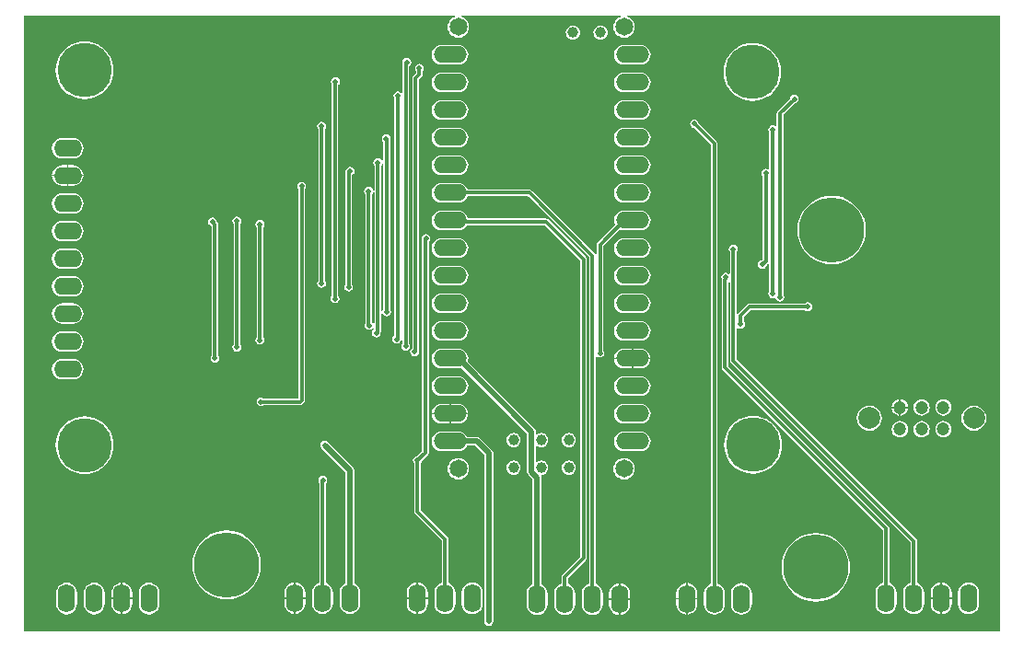
<source format=gbl>
G04*
G04 #@! TF.GenerationSoftware,Altium Limited,Altium Designer,21.0.9 (235)*
G04*
G04 Layer_Physical_Order=2*
G04 Layer_Color=16711680*
%FSLAX44Y44*%
%MOMM*%
G71*
G04*
G04 #@! TF.SameCoordinates,2588B0E2-F362-4AB3-B6B3-F61507E4C0EF*
G04*
G04*
G04 #@! TF.FilePolarity,Positive*
G04*
G01*
G75*
%ADD51C,6.0000*%
%ADD52C,0.3000*%
%ADD53C,0.5000*%
%ADD54C,2.0000*%
%ADD55C,1.2000*%
%ADD56C,1.0000*%
%ADD57C,1.6510*%
%ADD58O,3.0480X1.5240*%
%ADD59O,2.6000X1.6000*%
%ADD60O,1.6000X2.6000*%
%ADD61C,0.5000*%
%ADD62C,5.0000*%
G36*
X397750Y568442D02*
X397953Y567204D01*
X395580Y566221D01*
X393543Y564657D01*
X391979Y562620D01*
X390996Y560247D01*
X390661Y557700D01*
X390996Y555154D01*
X391979Y552780D01*
X393543Y550743D01*
X395580Y549179D01*
X397953Y548196D01*
X400500Y547861D01*
X403047Y548196D01*
X405420Y549179D01*
X407457Y550743D01*
X409021Y552780D01*
X410004Y555154D01*
X410339Y557700D01*
X410004Y560247D01*
X409021Y562620D01*
X407457Y564657D01*
X405420Y566221D01*
X403047Y567204D01*
X403250Y568442D01*
X550150Y568441D01*
X550353Y567204D01*
X547980Y566221D01*
X545943Y564657D01*
X544379Y562620D01*
X543396Y560247D01*
X543061Y557700D01*
X543396Y555154D01*
X544379Y552780D01*
X545943Y550743D01*
X547980Y549179D01*
X550354Y548196D01*
X552900Y547861D01*
X555447Y548196D01*
X557820Y549179D01*
X559857Y550743D01*
X561421Y552780D01*
X562404Y555154D01*
X562739Y557700D01*
X562404Y560247D01*
X561421Y562620D01*
X559857Y564657D01*
X557820Y566221D01*
X555447Y567204D01*
X555650Y568441D01*
X898441Y568441D01*
X898441Y1558D01*
X1558Y1558D01*
X1558Y568442D01*
X397750Y568442D01*
D02*
G37*
%LPC*%
G36*
X531310Y559176D02*
X529613Y558953D01*
X528032Y558298D01*
X526674Y557256D01*
X525632Y555898D01*
X524977Y554317D01*
X524754Y552620D01*
X524977Y550923D01*
X525632Y549342D01*
X526674Y547984D01*
X528032Y546942D01*
X529613Y546287D01*
X531310Y546064D01*
X533007Y546287D01*
X534588Y546942D01*
X535946Y547984D01*
X536988Y549342D01*
X537643Y550923D01*
X537866Y552620D01*
X537643Y554317D01*
X536988Y555898D01*
X535946Y557256D01*
X534588Y558298D01*
X533007Y558953D01*
X531310Y559176D01*
D02*
G37*
G36*
X505910D02*
X504213Y558953D01*
X502632Y558298D01*
X501274Y557256D01*
X500232Y555898D01*
X499577Y554317D01*
X499354Y552620D01*
X499577Y550923D01*
X500232Y549342D01*
X501274Y547984D01*
X502632Y546942D01*
X504213Y546287D01*
X505910Y546064D01*
X507607Y546287D01*
X509188Y546942D01*
X510546Y547984D01*
X511588Y549342D01*
X512243Y550923D01*
X512466Y552620D01*
X512243Y554317D01*
X511588Y555898D01*
X510546Y557256D01*
X509188Y558298D01*
X507607Y558953D01*
X505910Y559176D01*
D02*
G37*
G36*
X568140Y541499D02*
X552900D01*
X550519Y541185D01*
X548301Y540266D01*
X546396Y538805D01*
X544934Y536899D01*
X544015Y534681D01*
X543701Y532300D01*
X544015Y529919D01*
X544934Y527701D01*
X546396Y525796D01*
X548301Y524334D01*
X550519Y523415D01*
X552900Y523101D01*
X568140D01*
X570521Y523415D01*
X572739Y524334D01*
X574645Y525796D01*
X576106Y527701D01*
X577025Y529919D01*
X577339Y532300D01*
X577025Y534681D01*
X576106Y536899D01*
X574645Y538805D01*
X572739Y540266D01*
X570521Y541185D01*
X568140Y541499D01*
D02*
G37*
G36*
X400500D02*
X385260D01*
X382879Y541185D01*
X380661Y540266D01*
X378756Y538805D01*
X377294Y536899D01*
X376375Y534681D01*
X376061Y532300D01*
X376375Y529919D01*
X377294Y527701D01*
X378756Y525796D01*
X380661Y524334D01*
X382879Y523415D01*
X385260Y523101D01*
X400500D01*
X402881Y523415D01*
X405099Y524334D01*
X407005Y525796D01*
X408466Y527701D01*
X409385Y529919D01*
X409699Y532300D01*
X409385Y534681D01*
X408466Y536899D01*
X407005Y538805D01*
X405099Y540266D01*
X402881Y541185D01*
X400500Y541499D01*
D02*
G37*
G36*
X568140Y516099D02*
X552900D01*
X550519Y515785D01*
X548301Y514866D01*
X546396Y513405D01*
X544934Y511499D01*
X544015Y509281D01*
X543701Y506900D01*
X544015Y504519D01*
X544934Y502301D01*
X546396Y500396D01*
X548301Y498934D01*
X550519Y498015D01*
X552900Y497701D01*
X568140D01*
X570521Y498015D01*
X572739Y498934D01*
X574645Y500396D01*
X576106Y502301D01*
X577025Y504519D01*
X577339Y506900D01*
X577025Y509281D01*
X576106Y511499D01*
X574645Y513405D01*
X572739Y514866D01*
X570521Y515785D01*
X568140Y516099D01*
D02*
G37*
G36*
X400500D02*
X385260D01*
X382879Y515785D01*
X380661Y514866D01*
X378756Y513405D01*
X377294Y511499D01*
X376375Y509281D01*
X376061Y506900D01*
X376375Y504519D01*
X377294Y502301D01*
X378756Y500396D01*
X380661Y498934D01*
X382879Y498015D01*
X385260Y497701D01*
X400500D01*
X402881Y498015D01*
X405099Y498934D01*
X407005Y500396D01*
X408466Y502301D01*
X409385Y504519D01*
X409699Y506900D01*
X409385Y509281D01*
X408466Y511499D01*
X407005Y513405D01*
X405099Y514866D01*
X402881Y515785D01*
X400500Y516099D01*
D02*
G37*
G36*
X353269Y529187D02*
X351708Y528877D01*
X350385Y527993D01*
X349501Y526670D01*
X349441Y526369D01*
X349381Y526279D01*
X349148Y525109D01*
Y497460D01*
X347878Y497074D01*
X347816Y497168D01*
X346493Y498052D01*
X344932Y498362D01*
X343371Y498052D01*
X342048Y497168D01*
X341164Y495845D01*
X340854Y494284D01*
X341164Y492723D01*
X341873Y491662D01*
Y273956D01*
X341032Y273394D01*
X340148Y272071D01*
X339838Y270510D01*
X340148Y268949D01*
X341032Y267626D01*
X342355Y266742D01*
X343916Y266432D01*
X345477Y266742D01*
X346800Y267626D01*
X347684Y268949D01*
X347878Y269926D01*
X349148Y269801D01*
Y266691D01*
X348439Y265630D01*
X348129Y264069D01*
X348439Y262508D01*
X349323Y261185D01*
X350646Y260301D01*
X352207Y259991D01*
X353768Y260301D01*
X355091Y261185D01*
X355975Y262508D01*
X356285Y264069D01*
X355975Y265630D01*
X355266Y266691D01*
Y521633D01*
X356152Y522225D01*
X357036Y523548D01*
X357347Y525109D01*
X357036Y526670D01*
X356152Y527993D01*
X354829Y528877D01*
X353269Y529187D01*
D02*
G37*
G36*
X56902Y544460D02*
X52744Y544133D01*
X48688Y543159D01*
X44834Y541563D01*
X41277Y539383D01*
X38106Y536674D01*
X35397Y533503D01*
X33217Y529946D01*
X31621Y526092D01*
X30647Y522036D01*
X30320Y517878D01*
X30647Y513720D01*
X31621Y509664D01*
X33217Y505810D01*
X35397Y502253D01*
X38106Y499082D01*
X41277Y496373D01*
X44834Y494193D01*
X48688Y492597D01*
X52744Y491623D01*
X56902Y491296D01*
X61060Y491623D01*
X65116Y492597D01*
X68970Y494193D01*
X72526Y496373D01*
X75698Y499082D01*
X78407Y502253D01*
X80587Y505810D01*
X82183Y509664D01*
X83157Y513720D01*
X83484Y517878D01*
X83157Y522036D01*
X82183Y526092D01*
X80587Y529946D01*
X78407Y533503D01*
X75698Y536674D01*
X72526Y539383D01*
X68970Y541563D01*
X65116Y543159D01*
X61060Y544133D01*
X56902Y544460D01*
D02*
G37*
G36*
X670902Y542860D02*
X666744Y542533D01*
X662688Y541559D01*
X658834Y539963D01*
X655277Y537783D01*
X652106Y535074D01*
X649397Y531903D01*
X647217Y528346D01*
X645621Y524492D01*
X644647Y520436D01*
X644320Y516278D01*
X644647Y512120D01*
X645621Y508064D01*
X647217Y504210D01*
X649397Y500653D01*
X652106Y497482D01*
X655277Y494773D01*
X658834Y492593D01*
X662688Y490997D01*
X666744Y490023D01*
X670902Y489696D01*
X675060Y490023D01*
X679116Y490997D01*
X682970Y492593D01*
X686526Y494773D01*
X689698Y497482D01*
X692407Y500653D01*
X694587Y504210D01*
X696183Y508064D01*
X697157Y512120D01*
X697484Y516278D01*
X697157Y520436D01*
X696183Y524492D01*
X694587Y528346D01*
X692407Y531903D01*
X689698Y535074D01*
X686526Y537783D01*
X682970Y539963D01*
X679116Y541559D01*
X675060Y542533D01*
X670902Y542860D01*
D02*
G37*
G36*
X568140Y490699D02*
X552900D01*
X550519Y490385D01*
X548301Y489466D01*
X546396Y488004D01*
X544934Y486099D01*
X544015Y483881D01*
X543701Y481500D01*
X544015Y479119D01*
X544934Y476901D01*
X546396Y474996D01*
X548301Y473534D01*
X550519Y472615D01*
X552900Y472301D01*
X568140D01*
X570521Y472615D01*
X572739Y473534D01*
X574645Y474996D01*
X576106Y476901D01*
X577025Y479119D01*
X577339Y481500D01*
X577025Y483881D01*
X576106Y486099D01*
X574645Y488004D01*
X572739Y489466D01*
X570521Y490385D01*
X568140Y490699D01*
D02*
G37*
G36*
X400500D02*
X385260D01*
X382879Y490385D01*
X380661Y489466D01*
X378756Y488004D01*
X377294Y486099D01*
X376375Y483881D01*
X376061Y481500D01*
X376375Y479119D01*
X377294Y476901D01*
X378756Y474996D01*
X380661Y473534D01*
X382879Y472615D01*
X385260Y472301D01*
X400500D01*
X402881Y472615D01*
X405099Y473534D01*
X407005Y474996D01*
X408466Y476901D01*
X409385Y479119D01*
X409699Y481500D01*
X409385Y483881D01*
X408466Y486099D01*
X407005Y488004D01*
X405099Y489466D01*
X402881Y490385D01*
X400500Y490699D01*
D02*
G37*
G36*
X709500Y495578D02*
X707939Y495268D01*
X706616Y494384D01*
X705732Y493061D01*
X705483Y491809D01*
X694087Y480413D01*
X693424Y479421D01*
X693191Y478250D01*
X693191Y478250D01*
Y467037D01*
X691921Y466443D01*
X691061Y467018D01*
X689500Y467328D01*
X687939Y467018D01*
X686616Y466134D01*
X685732Y464811D01*
X685422Y463250D01*
X685732Y461689D01*
X686441Y460628D01*
Y427456D01*
X685171Y426777D01*
X684811Y427018D01*
X683250Y427328D01*
X681689Y427018D01*
X680366Y426134D01*
X679482Y424811D01*
X679172Y423250D01*
X679482Y421689D01*
X680191Y420628D01*
Y343767D01*
X679677Y343253D01*
X678425Y343004D01*
X677102Y342120D01*
X676218Y340797D01*
X675908Y339236D01*
X676218Y337675D01*
X677102Y336352D01*
X678425Y335468D01*
X679986Y335158D01*
X681547Y335468D01*
X682870Y336352D01*
X683754Y337675D01*
X684003Y338927D01*
X685171Y340095D01*
X686118Y339841D01*
X686441Y339613D01*
Y314872D01*
X685732Y313811D01*
X685422Y312250D01*
X685732Y310689D01*
X686616Y309366D01*
X687939Y308482D01*
X689500Y308172D01*
X691061Y308482D01*
X691226Y308592D01*
X692399Y308106D01*
X692482Y307689D01*
X693366Y306366D01*
X694689Y305482D01*
X696250Y305172D01*
X697811Y305482D01*
X699134Y306366D01*
X700018Y307689D01*
X700328Y309250D01*
X700018Y310811D01*
X699309Y311872D01*
Y476983D01*
X709809Y487483D01*
X711061Y487732D01*
X712384Y488616D01*
X713268Y489939D01*
X713578Y491500D01*
X713268Y493061D01*
X712384Y494384D01*
X711061Y495268D01*
X709500Y495578D01*
D02*
G37*
G36*
X568140Y465299D02*
X552900D01*
X550519Y464985D01*
X548301Y464066D01*
X546396Y462604D01*
X544934Y460699D01*
X544015Y458481D01*
X543701Y456100D01*
X544015Y453719D01*
X544934Y451501D01*
X546396Y449596D01*
X548301Y448134D01*
X550519Y447215D01*
X552900Y446901D01*
X568140D01*
X570521Y447215D01*
X572739Y448134D01*
X574645Y449596D01*
X576106Y451501D01*
X577025Y453719D01*
X577339Y456100D01*
X577025Y458481D01*
X576106Y460699D01*
X574645Y462604D01*
X572739Y464066D01*
X570521Y464985D01*
X568140Y465299D01*
D02*
G37*
G36*
X400500D02*
X385260D01*
X382879Y464985D01*
X380661Y464066D01*
X378756Y462604D01*
X377294Y460699D01*
X376375Y458481D01*
X376061Y456100D01*
X376375Y453719D01*
X377294Y451501D01*
X378756Y449596D01*
X380661Y448134D01*
X382879Y447215D01*
X385260Y446901D01*
X400500D01*
X402881Y447215D01*
X405099Y448134D01*
X407005Y449596D01*
X408466Y451501D01*
X409385Y453719D01*
X409699Y456100D01*
X409385Y458481D01*
X408466Y460699D01*
X407005Y462604D01*
X405099Y464066D01*
X402881Y464985D01*
X400500Y465299D01*
D02*
G37*
G36*
X46402Y455860D02*
X36402D01*
X33922Y455533D01*
X31611Y454576D01*
X29627Y453053D01*
X28104Y451069D01*
X27146Y448758D01*
X26820Y446278D01*
X27146Y443798D01*
X28104Y441487D01*
X29627Y439502D01*
X31611Y437980D01*
X33922Y437023D01*
X36402Y436696D01*
X46402D01*
X48882Y437023D01*
X51193Y437980D01*
X53177Y439502D01*
X54700Y441487D01*
X55658Y443798D01*
X55984Y446278D01*
X55658Y448758D01*
X54700Y451069D01*
X53177Y453053D01*
X51193Y454576D01*
X48882Y455533D01*
X46402Y455860D01*
D02*
G37*
G36*
X334264Y458992D02*
X332703Y458682D01*
X331380Y457798D01*
X330496Y456475D01*
X330186Y454914D01*
X330496Y453353D01*
X331380Y452030D01*
X331691Y451822D01*
Y433730D01*
X331602Y433626D01*
X330236Y433985D01*
X330158Y434377D01*
X329274Y435700D01*
X327951Y436584D01*
X326390Y436894D01*
X324829Y436584D01*
X323506Y435700D01*
X322622Y434377D01*
X322312Y432816D01*
X322622Y431255D01*
X323331Y430194D01*
Y407679D01*
X323204Y407545D01*
X321830Y407942D01*
X321776Y408215D01*
X320892Y409538D01*
X319569Y410422D01*
X318008Y410732D01*
X316447Y410422D01*
X315124Y409538D01*
X314240Y408215D01*
X313930Y406654D01*
X314240Y405093D01*
X314949Y404032D01*
Y285072D01*
X314748Y284771D01*
X314438Y283210D01*
X314748Y281649D01*
X315632Y280326D01*
X316955Y279442D01*
X318516Y279132D01*
X320077Y279442D01*
X321400Y280326D01*
X321978Y281191D01*
X323159Y280819D01*
X323204Y279739D01*
X322247Y279100D01*
X321363Y277777D01*
X321052Y276216D01*
X321363Y274655D01*
X322247Y273332D01*
X323570Y272448D01*
X325131Y272138D01*
X326691Y272448D01*
X328014Y273332D01*
X328899Y274655D01*
X329209Y276216D01*
X329197Y276276D01*
X329216Y276305D01*
X329449Y277475D01*
X329449Y277476D01*
Y294802D01*
X329538Y294906D01*
X330904Y294547D01*
X330982Y294155D01*
X331866Y292832D01*
X333189Y291948D01*
X334750Y291638D01*
X336311Y291948D01*
X337634Y292832D01*
X338518Y294155D01*
X338828Y295716D01*
X338518Y297277D01*
X337809Y298338D01*
Y453014D01*
X337809Y453014D01*
X337808Y453018D01*
X338032Y453353D01*
X338342Y454914D01*
X338032Y456475D01*
X337148Y457798D01*
X335825Y458682D01*
X334264Y458992D01*
D02*
G37*
G36*
X46402Y430860D02*
X42152D01*
Y422028D01*
X55885D01*
X55658Y423758D01*
X54700Y426069D01*
X53177Y428053D01*
X51193Y429576D01*
X48882Y430533D01*
X46402Y430860D01*
D02*
G37*
G36*
X40652D02*
X36402D01*
X33922Y430533D01*
X31611Y429576D01*
X29627Y428053D01*
X28104Y426069D01*
X27146Y423758D01*
X26919Y422028D01*
X40652D01*
Y430860D01*
D02*
G37*
G36*
X568140Y439899D02*
X552900D01*
X550519Y439585D01*
X548301Y438666D01*
X546396Y437205D01*
X544934Y435299D01*
X544015Y433081D01*
X543701Y430700D01*
X544015Y428319D01*
X544934Y426101D01*
X546396Y424196D01*
X548301Y422734D01*
X550519Y421815D01*
X552900Y421501D01*
X568140D01*
X570521Y421815D01*
X572739Y422734D01*
X574645Y424196D01*
X576106Y426101D01*
X577025Y428319D01*
X577339Y430700D01*
X577025Y433081D01*
X576106Y435299D01*
X574645Y437205D01*
X572739Y438666D01*
X570521Y439585D01*
X568140Y439899D01*
D02*
G37*
G36*
X400500D02*
X385260D01*
X382879Y439585D01*
X380661Y438666D01*
X378756Y437205D01*
X377294Y435299D01*
X376375Y433081D01*
X376061Y430700D01*
X376375Y428319D01*
X377294Y426101D01*
X378756Y424196D01*
X380661Y422734D01*
X382879Y421815D01*
X385260Y421501D01*
X400500D01*
X402881Y421815D01*
X405099Y422734D01*
X407005Y424196D01*
X408466Y426101D01*
X409385Y428319D01*
X409699Y430700D01*
X409385Y433081D01*
X408466Y435299D01*
X407005Y437205D01*
X405099Y438666D01*
X402881Y439585D01*
X400500Y439899D01*
D02*
G37*
G36*
X55885Y420528D02*
X42152D01*
Y411696D01*
X46402D01*
X48882Y412023D01*
X51193Y412980D01*
X53177Y414502D01*
X54700Y416487D01*
X55658Y418798D01*
X55885Y420528D01*
D02*
G37*
G36*
X40652D02*
X26919D01*
X27146Y418798D01*
X28104Y416487D01*
X29627Y414502D01*
X31611Y412980D01*
X33922Y412023D01*
X36402Y411696D01*
X40652D01*
Y420528D01*
D02*
G37*
G36*
X568140Y414499D02*
X552900D01*
X550519Y414185D01*
X548301Y413266D01*
X546396Y411805D01*
X544934Y409899D01*
X544015Y407681D01*
X543701Y405300D01*
X544015Y402919D01*
X544934Y400701D01*
X546396Y398796D01*
X548301Y397334D01*
X550519Y396415D01*
X552900Y396101D01*
X568140D01*
X570521Y396415D01*
X572739Y397334D01*
X574645Y398796D01*
X576106Y400701D01*
X577025Y402919D01*
X577339Y405300D01*
X577025Y407681D01*
X576106Y409899D01*
X574645Y411805D01*
X572739Y413266D01*
X570521Y414185D01*
X568140Y414499D01*
D02*
G37*
G36*
X46402Y405060D02*
X36402D01*
X33922Y404734D01*
X31611Y403776D01*
X29627Y402253D01*
X28104Y400269D01*
X27146Y397958D01*
X26820Y395478D01*
X27146Y392998D01*
X28104Y390687D01*
X29627Y388703D01*
X31611Y387180D01*
X33922Y386222D01*
X36402Y385896D01*
X46402D01*
X48882Y386222D01*
X51193Y387180D01*
X53177Y388703D01*
X54700Y390687D01*
X55658Y392998D01*
X55984Y395478D01*
X55658Y397958D01*
X54700Y400269D01*
X53177Y402253D01*
X51193Y403776D01*
X48882Y404734D01*
X46402Y405060D01*
D02*
G37*
G36*
X400500Y414499D02*
X385260D01*
X382879Y414185D01*
X380661Y413266D01*
X378756Y411805D01*
X377294Y409899D01*
X376375Y407681D01*
X376061Y405300D01*
X376375Y402919D01*
X377294Y400701D01*
X378756Y398796D01*
X380661Y397334D01*
X382879Y396415D01*
X385260Y396101D01*
X400500D01*
X402881Y396415D01*
X405099Y397334D01*
X407005Y398796D01*
X408466Y400701D01*
X409104Y402241D01*
X464463D01*
X520691Y346013D01*
Y45516D01*
X518959Y44798D01*
X516974Y43275D01*
X515452Y41291D01*
X514495Y38980D01*
X514168Y36500D01*
Y26500D01*
X514495Y24020D01*
X515452Y21709D01*
X516974Y19725D01*
X518959Y18202D01*
X521270Y17244D01*
X523750Y16918D01*
X526230Y17244D01*
X528541Y18202D01*
X530525Y19725D01*
X532048Y21709D01*
X533005Y24020D01*
X533332Y26500D01*
Y36500D01*
X533005Y38980D01*
X532048Y41291D01*
X530525Y43275D01*
X528541Y44798D01*
X526809Y45516D01*
Y254163D01*
X527292Y254484D01*
X528079Y254724D01*
X529189Y253982D01*
X530750Y253672D01*
X532311Y253982D01*
X533634Y254866D01*
X534518Y256189D01*
X534828Y257750D01*
X534518Y259311D01*
X533809Y260372D01*
Y356483D01*
X548979Y371653D01*
X550519Y371015D01*
X552900Y370701D01*
X568140D01*
X570521Y371015D01*
X572739Y371934D01*
X574645Y373396D01*
X576106Y375301D01*
X577025Y377519D01*
X577339Y379900D01*
X577025Y382281D01*
X576106Y384499D01*
X574645Y386404D01*
X572739Y387866D01*
X570521Y388785D01*
X568140Y389099D01*
X552900D01*
X550519Y388785D01*
X548301Y387866D01*
X546396Y386404D01*
X544934Y384499D01*
X544015Y382281D01*
X543701Y379900D01*
X544015Y377519D01*
X544653Y375979D01*
X528587Y359913D01*
X527924Y358921D01*
X527691Y357750D01*
X527691Y357750D01*
Y348893D01*
X527554Y348839D01*
X526421Y348682D01*
X525913Y349443D01*
X525913Y349443D01*
X467893Y407463D01*
X466900Y408126D01*
X465730Y408359D01*
X465730Y408359D01*
X409104D01*
X408466Y409899D01*
X407005Y411805D01*
X405099Y413266D01*
X402881Y414185D01*
X400500Y414499D01*
D02*
G37*
G36*
X46402Y379660D02*
X36402D01*
X33922Y379333D01*
X31611Y378376D01*
X29627Y376853D01*
X28104Y374869D01*
X27146Y372558D01*
X26820Y370078D01*
X27146Y367598D01*
X28104Y365287D01*
X29627Y363303D01*
X31611Y361780D01*
X33922Y360822D01*
X36402Y360496D01*
X46402D01*
X48882Y360822D01*
X51193Y361780D01*
X53177Y363303D01*
X54700Y365287D01*
X55658Y367598D01*
X55984Y370078D01*
X55658Y372558D01*
X54700Y374869D01*
X53177Y376853D01*
X51193Y378376D01*
X48882Y379333D01*
X46402Y379660D01*
D02*
G37*
G36*
X568140Y363699D02*
X552900D01*
X550519Y363385D01*
X548301Y362466D01*
X546396Y361004D01*
X544934Y359099D01*
X544015Y356881D01*
X543701Y354500D01*
X544015Y352119D01*
X544934Y349901D01*
X546396Y347996D01*
X548301Y346534D01*
X550519Y345615D01*
X552900Y345301D01*
X568140D01*
X570521Y345615D01*
X572739Y346534D01*
X574645Y347996D01*
X576106Y349901D01*
X577025Y352119D01*
X577339Y354500D01*
X577025Y356881D01*
X576106Y359099D01*
X574645Y361004D01*
X572739Y362466D01*
X570521Y363385D01*
X568140Y363699D01*
D02*
G37*
G36*
X400500D02*
X385260D01*
X382879Y363385D01*
X380661Y362466D01*
X378756Y361004D01*
X377294Y359099D01*
X376375Y356881D01*
X376061Y354500D01*
X376375Y352119D01*
X377294Y349901D01*
X378756Y347996D01*
X380661Y346534D01*
X382879Y345615D01*
X385260Y345301D01*
X400500D01*
X402881Y345615D01*
X405099Y346534D01*
X407005Y347996D01*
X408466Y349901D01*
X409385Y352119D01*
X409699Y354500D01*
X409385Y356881D01*
X408466Y359099D01*
X407005Y361004D01*
X405099Y362466D01*
X402881Y363385D01*
X400500Y363699D01*
D02*
G37*
G36*
X743750Y402597D02*
X738807Y402208D01*
X733986Y401051D01*
X729405Y399154D01*
X725178Y396563D01*
X721407Y393343D01*
X718187Y389572D01*
X715596Y385345D01*
X713699Y380764D01*
X712542Y375943D01*
X712153Y371000D01*
X712542Y366057D01*
X713699Y361236D01*
X715596Y356655D01*
X718187Y352427D01*
X721407Y348657D01*
X725178Y345437D01*
X729405Y342846D01*
X733986Y340949D01*
X738807Y339792D01*
X743750Y339403D01*
X748693Y339792D01*
X753514Y340949D01*
X758095Y342846D01*
X762322Y345437D01*
X766093Y348657D01*
X769313Y352427D01*
X771904Y356655D01*
X773801Y361236D01*
X774958Y366057D01*
X775347Y371000D01*
X774958Y375943D01*
X773801Y380764D01*
X771904Y385345D01*
X769313Y389572D01*
X766093Y393343D01*
X762322Y396563D01*
X758095Y399154D01*
X753514Y401051D01*
X748693Y402208D01*
X743750Y402597D01*
D02*
G37*
G36*
X46402Y354260D02*
X36402D01*
X33922Y353933D01*
X31611Y352976D01*
X29627Y351453D01*
X28104Y349469D01*
X27146Y347158D01*
X26820Y344678D01*
X27146Y342198D01*
X28104Y339887D01*
X29627Y337903D01*
X31611Y336380D01*
X33922Y335423D01*
X36402Y335096D01*
X46402D01*
X48882Y335423D01*
X51193Y336380D01*
X53177Y337903D01*
X54700Y339887D01*
X55658Y342198D01*
X55984Y344678D01*
X55658Y347158D01*
X54700Y349469D01*
X53177Y351453D01*
X51193Y352976D01*
X48882Y353933D01*
X46402Y354260D01*
D02*
G37*
G36*
X653250Y357578D02*
X651689Y357268D01*
X650366Y356384D01*
X649482Y355061D01*
X649172Y353500D01*
X649482Y351939D01*
X650221Y350833D01*
Y331243D01*
X648951Y330673D01*
X648061Y331268D01*
X646500Y331578D01*
X644939Y331268D01*
X643616Y330384D01*
X642732Y329061D01*
X642422Y327500D01*
X642732Y325939D01*
X642793Y325848D01*
X642691Y325336D01*
X642691Y325336D01*
Y244500D01*
X642691Y244500D01*
X642924Y243330D01*
X643587Y242337D01*
X790791Y95133D01*
Y46266D01*
X789059Y45548D01*
X787075Y44026D01*
X785552Y42041D01*
X784594Y39730D01*
X784268Y37250D01*
Y27250D01*
X784594Y24770D01*
X785552Y22459D01*
X787075Y20475D01*
X789059Y18952D01*
X791370Y17995D01*
X793850Y17668D01*
X796330Y17995D01*
X798641Y18952D01*
X800625Y20475D01*
X802148Y22459D01*
X803105Y24770D01*
X803432Y27250D01*
Y37250D01*
X803105Y39730D01*
X802148Y42041D01*
X800625Y44026D01*
X798641Y45548D01*
X796909Y46266D01*
Y96400D01*
X796909Y96400D01*
X796676Y97570D01*
X796013Y98563D01*
X796013Y98563D01*
X648809Y245767D01*
Y322999D01*
X648951Y323091D01*
X650221Y322401D01*
Y250750D01*
X650221Y250750D01*
X650454Y249580D01*
X651117Y248587D01*
X816191Y83513D01*
Y46266D01*
X814459Y45548D01*
X812475Y44026D01*
X810952Y42041D01*
X809995Y39730D01*
X809668Y37250D01*
Y27250D01*
X809995Y24770D01*
X810952Y22459D01*
X812475Y20475D01*
X814459Y18952D01*
X816770Y17995D01*
X819250Y17668D01*
X821730Y17995D01*
X824041Y18952D01*
X826025Y20475D01*
X827548Y22459D01*
X828505Y24770D01*
X828832Y27250D01*
Y37250D01*
X828505Y39730D01*
X827548Y42041D01*
X826025Y44026D01*
X824041Y45548D01*
X822309Y46266D01*
Y84780D01*
X822309Y84780D01*
X822076Y85950D01*
X821413Y86943D01*
X821413Y86943D01*
X656339Y252017D01*
Y280668D01*
X657609Y281287D01*
X658439Y280732D01*
X660000Y280422D01*
X661561Y280732D01*
X662884Y281616D01*
X663768Y282939D01*
X664078Y284500D01*
X663768Y286061D01*
X663059Y287122D01*
Y291031D01*
X669469Y297441D01*
X719128D01*
X720189Y296732D01*
X721750Y296422D01*
X723311Y296732D01*
X724634Y297616D01*
X725518Y298939D01*
X725828Y300500D01*
X725518Y302061D01*
X724634Y303384D01*
X723311Y304268D01*
X721750Y304578D01*
X720189Y304268D01*
X719128Y303559D01*
X668202D01*
X668202Y303559D01*
X667031Y303326D01*
X666039Y302663D01*
X657837Y294461D01*
X657609Y294119D01*
X656339Y294504D01*
Y350923D01*
X657018Y351939D01*
X657328Y353500D01*
X657018Y355061D01*
X656134Y356384D01*
X654811Y357268D01*
X653250Y357578D01*
D02*
G37*
G36*
X568140Y338299D02*
X552900D01*
X550519Y337985D01*
X548301Y337066D01*
X546396Y335605D01*
X544934Y333699D01*
X544015Y331481D01*
X543701Y329100D01*
X544015Y326719D01*
X544934Y324501D01*
X546396Y322596D01*
X548301Y321134D01*
X550519Y320215D01*
X552900Y319901D01*
X568140D01*
X570521Y320215D01*
X572739Y321134D01*
X574645Y322596D01*
X576106Y324501D01*
X577025Y326719D01*
X577339Y329100D01*
X577025Y331481D01*
X576106Y333699D01*
X574645Y335605D01*
X572739Y337066D01*
X570521Y337985D01*
X568140Y338299D01*
D02*
G37*
G36*
X400500D02*
X385260D01*
X382879Y337985D01*
X380661Y337066D01*
X378756Y335605D01*
X377294Y333699D01*
X376375Y331481D01*
X376061Y329100D01*
X376375Y326719D01*
X377294Y324501D01*
X378756Y322596D01*
X380661Y321134D01*
X382879Y320215D01*
X385260Y319901D01*
X400500D01*
X402881Y320215D01*
X405099Y321134D01*
X407005Y322596D01*
X408466Y324501D01*
X409385Y326719D01*
X409699Y329100D01*
X409385Y331481D01*
X408466Y333699D01*
X407005Y335605D01*
X405099Y337066D01*
X402881Y337985D01*
X400500Y338299D01*
D02*
G37*
G36*
X274828Y470422D02*
X273267Y470112D01*
X271944Y469228D01*
X271060Y467905D01*
X270750Y466344D01*
X271060Y464783D01*
X271769Y463722D01*
Y324694D01*
X271060Y323633D01*
X270750Y322072D01*
X271060Y320511D01*
X271944Y319188D01*
X273267Y318304D01*
X274828Y317994D01*
X276389Y318304D01*
X277712Y319188D01*
X278596Y320511D01*
X278906Y322072D01*
X278596Y323633D01*
X277887Y324694D01*
Y463722D01*
X278596Y464783D01*
X278906Y466344D01*
X278596Y467905D01*
X277712Y469228D01*
X276389Y470112D01*
X274828Y470422D01*
D02*
G37*
G36*
X301119Y429144D02*
X299558Y428834D01*
X298235Y427950D01*
X297351Y426627D01*
X297052Y425125D01*
X296793Y424737D01*
X296560Y423566D01*
X296560Y423566D01*
Y321102D01*
X295851Y320041D01*
X295541Y318480D01*
X295851Y316919D01*
X296735Y315596D01*
X298058Y314712D01*
X299619Y314402D01*
X301180Y314712D01*
X302503Y315596D01*
X303387Y316919D01*
X303697Y318480D01*
X303387Y320041D01*
X302678Y321102D01*
Y421298D01*
X302680Y421298D01*
X304003Y422182D01*
X304887Y423505D01*
X305198Y425066D01*
X304887Y426627D01*
X304003Y427950D01*
X302680Y428834D01*
X301119Y429144D01*
D02*
G37*
G36*
X46402Y328860D02*
X36402D01*
X33922Y328534D01*
X31611Y327576D01*
X29627Y326053D01*
X28104Y324069D01*
X27146Y321758D01*
X26820Y319278D01*
X27146Y316798D01*
X28104Y314487D01*
X29627Y312502D01*
X31611Y310980D01*
X33922Y310023D01*
X36402Y309696D01*
X46402D01*
X48882Y310023D01*
X51193Y310980D01*
X53177Y312502D01*
X54700Y314487D01*
X55658Y316798D01*
X55984Y319278D01*
X55658Y321758D01*
X54700Y324069D01*
X53177Y326053D01*
X51193Y327576D01*
X48882Y328534D01*
X46402Y328860D01*
D02*
G37*
G36*
X287528Y511570D02*
X285967Y511260D01*
X284644Y510376D01*
X283760Y509053D01*
X283450Y507492D01*
X283760Y505931D01*
X284110Y505408D01*
Y310463D01*
X283401Y309401D01*
X283090Y307841D01*
X283401Y306280D01*
X284285Y304957D01*
X285608Y304073D01*
X287169Y303762D01*
X288729Y304073D01*
X290052Y304957D01*
X290937Y306280D01*
X291247Y307841D01*
X290937Y309401D01*
X290227Y310463D01*
Y504485D01*
X290412Y504608D01*
X291296Y505931D01*
X291606Y507492D01*
X291296Y509053D01*
X290412Y510376D01*
X289089Y511260D01*
X287528Y511570D01*
D02*
G37*
G36*
X568140Y312899D02*
X552900D01*
X550519Y312585D01*
X548301Y311666D01*
X546396Y310205D01*
X544934Y308299D01*
X544015Y306081D01*
X543701Y303700D01*
X544015Y301319D01*
X544934Y299101D01*
X546396Y297196D01*
X548301Y295734D01*
X550519Y294815D01*
X552900Y294501D01*
X568140D01*
X570521Y294815D01*
X572739Y295734D01*
X574645Y297196D01*
X576106Y299101D01*
X577025Y301319D01*
X577339Y303700D01*
X577025Y306081D01*
X576106Y308299D01*
X574645Y310205D01*
X572739Y311666D01*
X570521Y312585D01*
X568140Y312899D01*
D02*
G37*
G36*
X400500D02*
X385260D01*
X382879Y312585D01*
X380661Y311666D01*
X378756Y310205D01*
X377294Y308299D01*
X376375Y306081D01*
X376061Y303700D01*
X376375Y301319D01*
X377294Y299101D01*
X378756Y297196D01*
X380661Y295734D01*
X382879Y294815D01*
X385260Y294501D01*
X400500D01*
X402881Y294815D01*
X405099Y295734D01*
X407005Y297196D01*
X408466Y299101D01*
X409385Y301319D01*
X409699Y303700D01*
X409385Y306081D01*
X408466Y308299D01*
X407005Y310205D01*
X405099Y311666D01*
X402881Y312585D01*
X400500Y312899D01*
D02*
G37*
G36*
X46402Y303860D02*
X36402D01*
X33922Y303533D01*
X31611Y302576D01*
X29627Y301053D01*
X28104Y299069D01*
X27146Y296758D01*
X26820Y294278D01*
X27146Y291798D01*
X28104Y289487D01*
X29627Y287502D01*
X31611Y285980D01*
X33922Y285023D01*
X36402Y284696D01*
X46402D01*
X48882Y285023D01*
X51193Y285980D01*
X53177Y287502D01*
X54700Y289487D01*
X55658Y291798D01*
X55984Y294278D01*
X55658Y296758D01*
X54700Y299069D01*
X53177Y301053D01*
X51193Y302576D01*
X48882Y303533D01*
X46402Y303860D01*
D02*
G37*
G36*
X568140Y287499D02*
X552900D01*
X550519Y287185D01*
X548301Y286266D01*
X546396Y284804D01*
X544934Y282899D01*
X544015Y280681D01*
X543701Y278300D01*
X544015Y275919D01*
X544934Y273701D01*
X546396Y271796D01*
X548301Y270334D01*
X550519Y269415D01*
X552900Y269101D01*
X568140D01*
X570521Y269415D01*
X572739Y270334D01*
X574645Y271796D01*
X576106Y273701D01*
X577025Y275919D01*
X577339Y278300D01*
X577025Y280681D01*
X576106Y282899D01*
X574645Y284804D01*
X572739Y286266D01*
X570521Y287185D01*
X568140Y287499D01*
D02*
G37*
G36*
X400500D02*
X385260D01*
X382879Y287185D01*
X380661Y286266D01*
X378756Y284804D01*
X377294Y282899D01*
X376375Y280681D01*
X376061Y278300D01*
X376375Y275919D01*
X377294Y273701D01*
X378756Y271796D01*
X380661Y270334D01*
X382879Y269415D01*
X385260Y269101D01*
X400500D01*
X402881Y269415D01*
X405099Y270334D01*
X407005Y271796D01*
X408466Y273701D01*
X409385Y275919D01*
X409699Y278300D01*
X409385Y280681D01*
X408466Y282899D01*
X407005Y284804D01*
X405099Y286266D01*
X402881Y287185D01*
X400500Y287499D01*
D02*
G37*
G36*
X217990Y380253D02*
X216430Y379942D01*
X215107Y379058D01*
X214223Y377735D01*
X213912Y376174D01*
X214223Y374613D01*
X214932Y373552D01*
Y272338D01*
X214223Y271277D01*
X213912Y269716D01*
X214223Y268155D01*
X215107Y266832D01*
X216430Y265948D01*
X217990Y265638D01*
X219551Y265948D01*
X220874Y266832D01*
X221758Y268155D01*
X222069Y269716D01*
X221758Y271277D01*
X221049Y272338D01*
Y373552D01*
X221758Y374613D01*
X222069Y376174D01*
X221758Y377735D01*
X220874Y379058D01*
X219551Y379942D01*
X217990Y380253D01*
D02*
G37*
G36*
X196850Y383300D02*
X195289Y382990D01*
X193966Y382106D01*
X193082Y380783D01*
X192772Y379222D01*
X193082Y377661D01*
X193791Y376600D01*
Y265838D01*
X193082Y264777D01*
X192772Y263216D01*
X193082Y261655D01*
X193966Y260332D01*
X195289Y259448D01*
X196850Y259138D01*
X198411Y259448D01*
X199734Y260332D01*
X200618Y261655D01*
X200928Y263216D01*
X200618Y264777D01*
X199909Y265838D01*
Y376600D01*
X200618Y377661D01*
X200928Y379222D01*
X200618Y380783D01*
X199734Y382106D01*
X198411Y382990D01*
X196850Y383300D01*
D02*
G37*
G36*
X46402Y278060D02*
X36402D01*
X33922Y277733D01*
X31611Y276776D01*
X29627Y275254D01*
X28104Y273269D01*
X27146Y270958D01*
X26820Y268478D01*
X27146Y265998D01*
X28104Y263687D01*
X29627Y261702D01*
X31611Y260180D01*
X33922Y259223D01*
X36402Y258896D01*
X46402D01*
X48882Y259223D01*
X51193Y260180D01*
X53177Y261702D01*
X54700Y263687D01*
X55658Y265998D01*
X55984Y268478D01*
X55658Y270958D01*
X54700Y273269D01*
X53177Y275254D01*
X51193Y276776D01*
X48882Y277733D01*
X46402Y278060D01*
D02*
G37*
G36*
X364744Y524016D02*
X363183Y523706D01*
X361860Y522822D01*
X360976Y521499D01*
X360666Y519938D01*
X360976Y518377D01*
X361685Y517316D01*
Y515617D01*
X359025Y512957D01*
X358362Y511964D01*
X358129Y510794D01*
X358129Y510794D01*
Y262239D01*
X357460Y261792D01*
X356576Y260469D01*
X356266Y258908D01*
X356576Y257347D01*
X357460Y256024D01*
X358783Y255140D01*
X360344Y254830D01*
X361905Y255140D01*
X363228Y256024D01*
X364112Y257347D01*
X364422Y258908D01*
X364247Y259791D01*
Y509527D01*
X366907Y512187D01*
X367570Y513180D01*
X367803Y514350D01*
X367803Y514350D01*
Y517316D01*
X368512Y518377D01*
X368822Y519938D01*
X368512Y521499D01*
X367628Y522822D01*
X366305Y523706D01*
X364744Y524016D01*
D02*
G37*
G36*
X568140Y262099D02*
X561270D01*
Y253650D01*
X577240D01*
X577025Y255281D01*
X576106Y257499D01*
X574645Y259405D01*
X572739Y260866D01*
X570521Y261785D01*
X568140Y262099D01*
D02*
G37*
G36*
X559770D02*
X552900D01*
X550519Y261785D01*
X548301Y260866D01*
X546396Y259405D01*
X544934Y257499D01*
X544015Y255281D01*
X543800Y253650D01*
X559770D01*
Y262099D01*
D02*
G37*
G36*
X174438Y382578D02*
X172877Y382268D01*
X171554Y381384D01*
X170670Y380061D01*
X170360Y378500D01*
X170670Y376939D01*
X171554Y375616D01*
X172877Y374732D01*
X173705Y374567D01*
Y255522D01*
X172996Y254461D01*
X172685Y252900D01*
X172996Y251339D01*
X173880Y250016D01*
X175203Y249132D01*
X176764Y248822D01*
X178325Y249132D01*
X179648Y250016D01*
X180532Y251339D01*
X180842Y252900D01*
X180532Y254461D01*
X179823Y255522D01*
Y376174D01*
X179590Y377345D01*
X178927Y378337D01*
X178927Y378337D01*
X178455Y378809D01*
X178206Y380061D01*
X177322Y381384D01*
X175999Y382268D01*
X174438Y382578D01*
D02*
G37*
G36*
X577240Y252150D02*
X561270D01*
Y243701D01*
X568140D01*
X570521Y244015D01*
X572739Y244934D01*
X574645Y246396D01*
X576106Y248301D01*
X577025Y250519D01*
X577240Y252150D01*
D02*
G37*
G36*
X559770D02*
X543800D01*
X544015Y250519D01*
X544934Y248301D01*
X546396Y246396D01*
X548301Y244934D01*
X550519Y244015D01*
X552900Y243701D01*
X559770D01*
Y252150D01*
D02*
G37*
G36*
X46402Y252660D02*
X36402D01*
X33922Y252334D01*
X31611Y251376D01*
X29627Y249853D01*
X28104Y247869D01*
X27146Y245558D01*
X26820Y243078D01*
X27146Y240598D01*
X28104Y238287D01*
X29627Y236303D01*
X31611Y234780D01*
X33922Y233822D01*
X36402Y233496D01*
X46402D01*
X48882Y233822D01*
X51193Y234780D01*
X53177Y236303D01*
X54700Y238287D01*
X55658Y240598D01*
X55984Y243078D01*
X55658Y245558D01*
X54700Y247869D01*
X53177Y249853D01*
X51193Y251376D01*
X48882Y252334D01*
X46402Y252660D01*
D02*
G37*
G36*
X568140Y236699D02*
X552900D01*
X550519Y236385D01*
X548301Y235466D01*
X546396Y234004D01*
X544934Y232099D01*
X544015Y229881D01*
X543701Y227500D01*
X544015Y225119D01*
X544934Y222901D01*
X546396Y220996D01*
X548301Y219534D01*
X550519Y218615D01*
X552900Y218301D01*
X568140D01*
X570521Y218615D01*
X572739Y219534D01*
X574645Y220996D01*
X576106Y222901D01*
X577025Y225119D01*
X577339Y227500D01*
X577025Y229881D01*
X576106Y232099D01*
X574645Y234004D01*
X572739Y235466D01*
X570521Y236385D01*
X568140Y236699D01*
D02*
G37*
G36*
X400500D02*
X385260D01*
X382879Y236385D01*
X380661Y235466D01*
X378756Y234004D01*
X377294Y232099D01*
X376375Y229881D01*
X376061Y227500D01*
X376375Y225119D01*
X377294Y222901D01*
X378756Y220996D01*
X380661Y219534D01*
X382879Y218615D01*
X385260Y218301D01*
X400500D01*
X402881Y218615D01*
X405099Y219534D01*
X407005Y220996D01*
X408466Y222901D01*
X409385Y225119D01*
X409699Y227500D01*
X409385Y229881D01*
X408466Y232099D01*
X407005Y234004D01*
X405099Y235466D01*
X402881Y236385D01*
X400500Y236699D01*
D02*
G37*
G36*
X256540Y415304D02*
X254979Y414994D01*
X253656Y414110D01*
X252772Y412787D01*
X252462Y411226D01*
X252772Y409665D01*
X253481Y408604D01*
Y216059D01*
X221668D01*
X220607Y216768D01*
X219046Y217078D01*
X217485Y216768D01*
X216162Y215884D01*
X215278Y214561D01*
X214968Y213000D01*
X215278Y211439D01*
X216162Y210116D01*
X217485Y209232D01*
X219046Y208922D01*
X220607Y209232D01*
X221668Y209941D01*
X254856D01*
X254856Y209941D01*
X256027Y210174D01*
X257019Y210837D01*
X258703Y212521D01*
X258703Y212521D01*
X259366Y213513D01*
X259599Y214684D01*
X259599Y214684D01*
Y408604D01*
X260308Y409665D01*
X260618Y411226D01*
X260308Y412787D01*
X259424Y414110D01*
X258101Y414994D01*
X256540Y415304D01*
D02*
G37*
G36*
X807250Y215244D02*
Y208528D01*
X813966D01*
X813807Y209736D01*
X813051Y211560D01*
X811849Y213127D01*
X810282Y214329D01*
X808458Y215085D01*
X807250Y215244D01*
D02*
G37*
G36*
X805750D02*
X804542Y215085D01*
X802718Y214329D01*
X801151Y213127D01*
X799949Y211560D01*
X799193Y209736D01*
X799034Y208528D01*
X805750D01*
Y215244D01*
D02*
G37*
G36*
X400500Y211299D02*
X393630D01*
Y202850D01*
X409600D01*
X409385Y204481D01*
X408466Y206699D01*
X407005Y208605D01*
X405099Y210066D01*
X402881Y210985D01*
X400500Y211299D01*
D02*
G37*
G36*
X392130D02*
X385260D01*
X382879Y210985D01*
X380661Y210066D01*
X378756Y208605D01*
X377294Y206699D01*
X376375Y204481D01*
X376160Y202850D01*
X392130D01*
Y211299D01*
D02*
G37*
G36*
X813966Y207028D02*
X807250D01*
Y200312D01*
X808458Y200471D01*
X810282Y201227D01*
X811849Y202429D01*
X813051Y203996D01*
X813807Y205820D01*
X813966Y207028D01*
D02*
G37*
G36*
X805750D02*
X799034D01*
X799193Y205820D01*
X799949Y203996D01*
X801151Y202429D01*
X802718Y201227D01*
X804542Y200471D01*
X805750Y200312D01*
Y207028D01*
D02*
G37*
G36*
X846500Y215343D02*
X844542Y215085D01*
X842718Y214329D01*
X841151Y213127D01*
X839949Y211560D01*
X839193Y209736D01*
X838935Y207778D01*
X839193Y205820D01*
X839949Y203996D01*
X841151Y202429D01*
X842718Y201227D01*
X844542Y200471D01*
X846500Y200213D01*
X848458Y200471D01*
X850282Y201227D01*
X851849Y202429D01*
X853051Y203996D01*
X853807Y205820D01*
X854065Y207778D01*
X853807Y209736D01*
X853051Y211560D01*
X851849Y213127D01*
X850282Y214329D01*
X848458Y215085D01*
X846500Y215343D01*
D02*
G37*
G36*
X826500D02*
X824542Y215085D01*
X822718Y214329D01*
X821151Y213127D01*
X819949Y211560D01*
X819193Y209736D01*
X818935Y207778D01*
X819193Y205820D01*
X819949Y203996D01*
X821151Y202429D01*
X822718Y201227D01*
X824542Y200471D01*
X826500Y200213D01*
X828458Y200471D01*
X830282Y201227D01*
X831849Y202429D01*
X833051Y203996D01*
X833807Y205820D01*
X834065Y207778D01*
X833807Y209736D01*
X833051Y211560D01*
X831849Y213127D01*
X830282Y214329D01*
X828458Y215085D01*
X826500Y215343D01*
D02*
G37*
G36*
X568140Y211299D02*
X552900D01*
X550519Y210985D01*
X548301Y210066D01*
X546396Y208605D01*
X544934Y206699D01*
X544015Y204481D01*
X543701Y202100D01*
X544015Y199719D01*
X544934Y197501D01*
X546396Y195596D01*
X548301Y194134D01*
X550519Y193215D01*
X552900Y192901D01*
X568140D01*
X570521Y193215D01*
X572739Y194134D01*
X574645Y195596D01*
X576106Y197501D01*
X577025Y199719D01*
X577339Y202100D01*
X577025Y204481D01*
X576106Y206699D01*
X574645Y208605D01*
X572739Y210066D01*
X570521Y210985D01*
X568140Y211299D01*
D02*
G37*
G36*
X409600Y201350D02*
X393630D01*
Y192901D01*
X400500D01*
X402881Y193215D01*
X405099Y194134D01*
X407005Y195596D01*
X408466Y197501D01*
X409385Y199719D01*
X409600Y201350D01*
D02*
G37*
G36*
X392130D02*
X376160D01*
X376375Y199719D01*
X377294Y197501D01*
X378756Y195596D01*
X380661Y194134D01*
X382879Y193215D01*
X385260Y192901D01*
X392130D01*
Y201350D01*
D02*
G37*
G36*
X874500Y209377D02*
X871498Y208982D01*
X868700Y207823D01*
X866298Y205980D01*
X864455Y203578D01*
X863296Y200780D01*
X862901Y197778D01*
X863296Y194776D01*
X864455Y191978D01*
X866298Y189576D01*
X868700Y187733D01*
X871498Y186574D01*
X874500Y186179D01*
X877502Y186574D01*
X880300Y187733D01*
X882702Y189576D01*
X884545Y191978D01*
X885704Y194776D01*
X886099Y197778D01*
X885704Y200780D01*
X884545Y203578D01*
X882702Y205980D01*
X880300Y207823D01*
X877502Y208982D01*
X874500Y209377D01*
D02*
G37*
G36*
X778500D02*
X775498Y208982D01*
X772700Y207823D01*
X770298Y205980D01*
X768455Y203578D01*
X767296Y200780D01*
X766901Y197778D01*
X767296Y194776D01*
X768455Y191978D01*
X770298Y189576D01*
X772700Y187733D01*
X775498Y186574D01*
X778500Y186179D01*
X781502Y186574D01*
X784300Y187733D01*
X786702Y189576D01*
X788545Y191978D01*
X789704Y194776D01*
X790099Y197778D01*
X789704Y200780D01*
X788545Y203578D01*
X786702Y205980D01*
X784300Y207823D01*
X781502Y208982D01*
X778500Y209377D01*
D02*
G37*
G36*
X846500Y195343D02*
X844542Y195085D01*
X842718Y194329D01*
X841151Y193127D01*
X839949Y191560D01*
X839193Y189736D01*
X838935Y187778D01*
X839193Y185820D01*
X839949Y183996D01*
X841151Y182429D01*
X842718Y181227D01*
X844542Y180471D01*
X846500Y180213D01*
X848458Y180471D01*
X850282Y181227D01*
X851849Y182429D01*
X853051Y183996D01*
X853807Y185820D01*
X854065Y187778D01*
X853807Y189736D01*
X853051Y191560D01*
X851849Y193127D01*
X850282Y194329D01*
X848458Y195085D01*
X846500Y195343D01*
D02*
G37*
G36*
X826500D02*
X824542Y195085D01*
X822718Y194329D01*
X821151Y193127D01*
X819949Y191560D01*
X819193Y189736D01*
X818935Y187778D01*
X819193Y185820D01*
X819949Y183996D01*
X821151Y182429D01*
X822718Y181227D01*
X824542Y180471D01*
X826500Y180213D01*
X828458Y180471D01*
X830282Y181227D01*
X831849Y182429D01*
X833051Y183996D01*
X833807Y185820D01*
X834065Y187778D01*
X833807Y189736D01*
X833051Y191560D01*
X831849Y193127D01*
X830282Y194329D01*
X828458Y195085D01*
X826500Y195343D01*
D02*
G37*
G36*
X806500D02*
X804542Y195085D01*
X802718Y194329D01*
X801151Y193127D01*
X799949Y191560D01*
X799193Y189736D01*
X798935Y187778D01*
X799193Y185820D01*
X799949Y183996D01*
X801151Y182429D01*
X802718Y181227D01*
X804542Y180471D01*
X806500Y180213D01*
X808458Y180471D01*
X810282Y181227D01*
X811849Y182429D01*
X813051Y183996D01*
X813807Y185820D01*
X814065Y187778D01*
X813807Y189736D01*
X813051Y191560D01*
X811849Y193127D01*
X810282Y194329D01*
X808458Y195085D01*
X806500Y195343D01*
D02*
G37*
G36*
X502100Y184276D02*
X500403Y184053D01*
X498822Y183398D01*
X497464Y182356D01*
X496422Y180998D01*
X495767Y179417D01*
X495544Y177720D01*
X495767Y176023D01*
X496422Y174442D01*
X497464Y173084D01*
X498822Y172042D01*
X500403Y171387D01*
X502100Y171164D01*
X503797Y171387D01*
X505378Y172042D01*
X506736Y173084D01*
X507778Y174442D01*
X508433Y176023D01*
X508656Y177720D01*
X508433Y179417D01*
X507778Y180998D01*
X506736Y182356D01*
X505378Y183398D01*
X503797Y184053D01*
X502100Y184276D01*
D02*
G37*
G36*
X400500Y262099D02*
X385260D01*
X382879Y261785D01*
X380661Y260866D01*
X378756Y259405D01*
X377294Y257499D01*
X376375Y255281D01*
X376061Y252900D01*
X376375Y250519D01*
X377294Y248301D01*
X378756Y246396D01*
X380661Y244934D01*
X382879Y244015D01*
X385260Y243701D01*
X400500D01*
X402881Y244015D01*
X403402Y244231D01*
X463622Y184011D01*
Y148592D01*
X463622Y148592D01*
X463932Y147031D01*
X464816Y145708D01*
X468872Y141653D01*
Y45093D01*
X468159Y44798D01*
X466175Y43275D01*
X464652Y41291D01*
X463694Y38980D01*
X463368Y36500D01*
Y26500D01*
X463694Y24020D01*
X464652Y21709D01*
X466175Y19725D01*
X468159Y18202D01*
X470470Y17244D01*
X472950Y16918D01*
X475430Y17244D01*
X477741Y18202D01*
X479725Y19725D01*
X481248Y21709D01*
X482205Y24020D01*
X482532Y26500D01*
Y36500D01*
X482205Y38980D01*
X481248Y41291D01*
X479725Y43275D01*
X477741Y44798D01*
X477028Y45093D01*
Y143342D01*
X477028Y143342D01*
X476793Y144524D01*
X476823Y144735D01*
X477306Y145561D01*
X477592Y145881D01*
X478397Y145987D01*
X479978Y146642D01*
X481336Y147684D01*
X482378Y149042D01*
X483033Y150623D01*
X483256Y152320D01*
X483033Y154017D01*
X482378Y155598D01*
X481336Y156956D01*
X479978Y157998D01*
X478397Y158653D01*
X476700Y158876D01*
X475003Y158653D01*
X473422Y157998D01*
X473048Y157711D01*
X471778Y158337D01*
Y171703D01*
X473048Y172329D01*
X473422Y172042D01*
X475003Y171387D01*
X476700Y171164D01*
X478397Y171387D01*
X479978Y172042D01*
X481336Y173084D01*
X482378Y174442D01*
X483033Y176023D01*
X483256Y177720D01*
X483033Y179417D01*
X482378Y180998D01*
X481336Y182356D01*
X479978Y183398D01*
X478397Y184053D01*
X476700Y184276D01*
X475003Y184053D01*
X473422Y183398D01*
X473048Y183111D01*
X471778Y183737D01*
Y185700D01*
X471778Y185700D01*
X471468Y187261D01*
X470584Y188584D01*
X409170Y249998D01*
X409385Y250519D01*
X409699Y252900D01*
X409385Y255281D01*
X408466Y257499D01*
X407005Y259405D01*
X405099Y260866D01*
X402881Y261785D01*
X400500Y262099D01*
D02*
G37*
G36*
X451300Y184276D02*
X449603Y184053D01*
X448022Y183398D01*
X446664Y182356D01*
X445622Y180998D01*
X444967Y179417D01*
X444744Y177720D01*
X444967Y176023D01*
X445622Y174442D01*
X446664Y173084D01*
X448022Y172042D01*
X449603Y171387D01*
X451300Y171164D01*
X452997Y171387D01*
X454578Y172042D01*
X455936Y173084D01*
X456978Y174442D01*
X457633Y176023D01*
X457856Y177720D01*
X457633Y179417D01*
X456978Y180998D01*
X455936Y182356D01*
X454578Y183398D01*
X452997Y184053D01*
X451300Y184276D01*
D02*
G37*
G36*
X568140Y185899D02*
X552900D01*
X550519Y185585D01*
X548301Y184666D01*
X546396Y183204D01*
X544934Y181299D01*
X544015Y179081D01*
X543701Y176700D01*
X544015Y174319D01*
X544934Y172101D01*
X546396Y170196D01*
X548301Y168734D01*
X550519Y167815D01*
X552900Y167501D01*
X568140D01*
X570521Y167815D01*
X572739Y168734D01*
X574645Y170196D01*
X576106Y172101D01*
X577025Y174319D01*
X577339Y176700D01*
X577025Y179081D01*
X576106Y181299D01*
X574645Y183204D01*
X572739Y184666D01*
X570521Y185585D01*
X568140Y185899D01*
D02*
G37*
G36*
X671402Y199860D02*
X667244Y199533D01*
X663188Y198559D01*
X659334Y196963D01*
X655778Y194783D01*
X652606Y192074D01*
X649897Y188902D01*
X647717Y185346D01*
X646121Y181492D01*
X645147Y177436D01*
X644820Y173278D01*
X645147Y169120D01*
X646121Y165064D01*
X647717Y161210D01*
X649897Y157654D01*
X652606Y154482D01*
X655778Y151773D01*
X659334Y149593D01*
X663188Y147997D01*
X667244Y147023D01*
X671402Y146696D01*
X675560Y147023D01*
X679616Y147997D01*
X683470Y149593D01*
X687027Y151773D01*
X690198Y154482D01*
X692907Y157654D01*
X695087Y161210D01*
X696683Y165064D01*
X697657Y169120D01*
X697984Y173278D01*
X697657Y177436D01*
X696683Y181492D01*
X695087Y185346D01*
X692907Y188902D01*
X690198Y192074D01*
X687027Y194783D01*
X683470Y196963D01*
X679616Y198559D01*
X675560Y199533D01*
X671402Y199860D01*
D02*
G37*
G36*
X56902Y199760D02*
X52744Y199433D01*
X48688Y198459D01*
X44834Y196863D01*
X41277Y194683D01*
X38106Y191974D01*
X35397Y188803D01*
X33217Y185246D01*
X31621Y181392D01*
X30647Y177336D01*
X30320Y173178D01*
X30647Y169020D01*
X31621Y164964D01*
X33217Y161110D01*
X35397Y157554D01*
X38106Y154382D01*
X41277Y151673D01*
X44834Y149493D01*
X48688Y147897D01*
X52744Y146923D01*
X56902Y146596D01*
X61060Y146923D01*
X65116Y147897D01*
X68970Y149493D01*
X72526Y151673D01*
X75698Y154382D01*
X78407Y157554D01*
X80587Y161110D01*
X82183Y164964D01*
X83157Y169020D01*
X83484Y173178D01*
X83157Y177336D01*
X82183Y181392D01*
X80587Y185246D01*
X78407Y188803D01*
X75698Y191974D01*
X72526Y194683D01*
X68970Y196863D01*
X65116Y198459D01*
X61060Y199433D01*
X56902Y199760D01*
D02*
G37*
G36*
X502100Y158876D02*
X500403Y158653D01*
X498822Y157998D01*
X497464Y156956D01*
X496422Y155598D01*
X495767Y154017D01*
X495544Y152320D01*
X495767Y150623D01*
X496422Y149042D01*
X497464Y147684D01*
X498822Y146642D01*
X500403Y145987D01*
X502100Y145764D01*
X503797Y145987D01*
X505378Y146642D01*
X506736Y147684D01*
X507778Y149042D01*
X508433Y150623D01*
X508656Y152320D01*
X508433Y154017D01*
X507778Y155598D01*
X506736Y156956D01*
X505378Y157998D01*
X503797Y158653D01*
X502100Y158876D01*
D02*
G37*
G36*
X451300D02*
X449603Y158653D01*
X448022Y157998D01*
X446664Y156956D01*
X445622Y155598D01*
X444967Y154017D01*
X444744Y152320D01*
X444967Y150623D01*
X445622Y149042D01*
X446664Y147684D01*
X448022Y146642D01*
X449603Y145987D01*
X451300Y145764D01*
X452997Y145987D01*
X454578Y146642D01*
X455936Y147684D01*
X456978Y149042D01*
X457633Y150623D01*
X457856Y152320D01*
X457633Y154017D01*
X456978Y155598D01*
X455936Y156956D01*
X454578Y157998D01*
X452997Y158653D01*
X451300Y158876D01*
D02*
G37*
G36*
X552900Y161139D02*
X550354Y160804D01*
X547980Y159821D01*
X545943Y158257D01*
X544379Y156220D01*
X543396Y153847D01*
X543061Y151300D01*
X543396Y148753D01*
X544379Y146380D01*
X545943Y144343D01*
X547980Y142779D01*
X550354Y141796D01*
X552900Y141461D01*
X555447Y141796D01*
X557820Y142779D01*
X559857Y144343D01*
X561421Y146380D01*
X562404Y148753D01*
X562739Y151300D01*
X562404Y153847D01*
X561421Y156220D01*
X559857Y158257D01*
X557820Y159821D01*
X555447Y160804D01*
X552900Y161139D01*
D02*
G37*
G36*
X400500D02*
X397953Y160804D01*
X395580Y159821D01*
X393543Y158257D01*
X391979Y156220D01*
X390996Y153847D01*
X390661Y151300D01*
X390996Y148753D01*
X391979Y146380D01*
X393543Y144343D01*
X395580Y142779D01*
X397953Y141796D01*
X400500Y141461D01*
X403047Y141796D01*
X405420Y142779D01*
X407457Y144343D01*
X409021Y146380D01*
X410004Y148753D01*
X410339Y151300D01*
X410004Y153847D01*
X409021Y156220D01*
X407457Y158257D01*
X405420Y159821D01*
X403047Y160804D01*
X400500Y161139D01*
D02*
G37*
G36*
X251127Y46983D02*
Y33250D01*
X259959D01*
Y37500D01*
X259633Y39980D01*
X258675Y42291D01*
X257153Y44275D01*
X255168Y45798D01*
X252857Y46755D01*
X251127Y46983D01*
D02*
G37*
G36*
X249627D02*
X247897Y46755D01*
X245586Y45798D01*
X243602Y44275D01*
X242079Y42291D01*
X241122Y39980D01*
X240795Y37500D01*
Y33250D01*
X249627D01*
Y46983D01*
D02*
G37*
G36*
X363600Y46733D02*
Y33000D01*
X372432D01*
Y37250D01*
X372105Y39730D01*
X371148Y42041D01*
X369625Y44026D01*
X367641Y45548D01*
X365330Y46505D01*
X363600Y46733D01*
D02*
G37*
G36*
X362100D02*
X360370Y46505D01*
X358059Y45548D01*
X356074Y44026D01*
X354552Y42041D01*
X353595Y39730D01*
X353268Y37250D01*
Y33000D01*
X362100D01*
Y46733D01*
D02*
G37*
G36*
X845400D02*
Y33000D01*
X854232D01*
Y37250D01*
X853905Y39730D01*
X852948Y42041D01*
X851425Y44026D01*
X849441Y45548D01*
X847130Y46505D01*
X845400Y46733D01*
D02*
G37*
G36*
X843900Y46733D02*
X842170Y46505D01*
X839859Y45548D01*
X837875Y44026D01*
X836352Y42041D01*
X835395Y39730D01*
X835068Y37250D01*
Y33000D01*
X843900D01*
Y46733D01*
D02*
G37*
G36*
X91902Y46483D02*
Y32750D01*
X100734D01*
Y37000D01*
X100407Y39480D01*
X99450Y41791D01*
X97928Y43776D01*
X95943Y45298D01*
X93632Y46255D01*
X91902Y46483D01*
D02*
G37*
G36*
X90402D02*
X88672Y46255D01*
X86361Y45298D01*
X84377Y43776D01*
X82854Y41791D01*
X81897Y39480D01*
X81570Y37000D01*
Y32750D01*
X90402D01*
Y46483D01*
D02*
G37*
G36*
X611250Y46233D02*
Y32500D01*
X620082D01*
Y36750D01*
X619755Y39230D01*
X618798Y41541D01*
X617275Y43526D01*
X615291Y45048D01*
X612980Y46006D01*
X611250Y46233D01*
D02*
G37*
G36*
X609750D02*
X608020Y46006D01*
X605709Y45048D01*
X603725Y43526D01*
X602202Y41541D01*
X601245Y39230D01*
X600918Y36750D01*
Y32500D01*
X609750D01*
Y46233D01*
D02*
G37*
G36*
X549500Y45983D02*
Y32250D01*
X558332D01*
Y36500D01*
X558005Y38980D01*
X557048Y41291D01*
X555525Y43275D01*
X553541Y44798D01*
X551230Y45756D01*
X549500Y45983D01*
D02*
G37*
G36*
X548000D02*
X546270Y45756D01*
X543959Y44798D01*
X541974Y43275D01*
X540452Y41291D01*
X539495Y38980D01*
X539168Y36500D01*
Y32250D01*
X548000D01*
Y45983D01*
D02*
G37*
G36*
X187500Y94581D02*
X182557Y94192D01*
X177736Y93035D01*
X173155Y91138D01*
X168927Y88547D01*
X165157Y85327D01*
X161937Y81557D01*
X159347Y77329D01*
X157449Y72748D01*
X156292Y67927D01*
X155903Y62984D01*
X156292Y58041D01*
X157449Y53220D01*
X159347Y48639D01*
X161937Y44412D01*
X165157Y40641D01*
X168927Y37421D01*
X173155Y34831D01*
X177736Y32933D01*
X182557Y31776D01*
X187500Y31387D01*
X192443Y31776D01*
X197264Y32933D01*
X201845Y34831D01*
X206073Y37421D01*
X209843Y40641D01*
X213063Y44412D01*
X215653Y48639D01*
X217551Y53220D01*
X218708Y58041D01*
X219097Y62984D01*
X218708Y67927D01*
X217551Y72748D01*
X215653Y77329D01*
X213063Y81557D01*
X209843Y85327D01*
X206073Y88547D01*
X201845Y91138D01*
X197264Y93035D01*
X192443Y94192D01*
X187500Y94581D01*
D02*
G37*
G36*
X729250Y92331D02*
X724307Y91942D01*
X719486Y90785D01*
X714905Y88888D01*
X710677Y86297D01*
X706907Y83077D01*
X703687Y79307D01*
X701096Y75079D01*
X699199Y70498D01*
X698042Y65677D01*
X697653Y60734D01*
X698042Y55791D01*
X699199Y50970D01*
X701096Y46389D01*
X703687Y42161D01*
X706907Y38391D01*
X710677Y35171D01*
X714905Y32580D01*
X719486Y30683D01*
X724307Y29526D01*
X729250Y29137D01*
X734193Y29526D01*
X739014Y30683D01*
X743595Y32580D01*
X747822Y35171D01*
X751593Y38391D01*
X754813Y42161D01*
X757403Y46389D01*
X759301Y50970D01*
X760458Y55791D01*
X760847Y60734D01*
X760458Y65677D01*
X759301Y70498D01*
X757403Y75079D01*
X754813Y79307D01*
X751593Y83077D01*
X747822Y86297D01*
X743595Y88888D01*
X739014Y90785D01*
X734193Y91942D01*
X729250Y92331D01*
D02*
G37*
G36*
X259959Y31750D02*
X251127D01*
Y18017D01*
X252857Y18245D01*
X255168Y19202D01*
X257153Y20724D01*
X258675Y22709D01*
X259633Y25020D01*
X259959Y27500D01*
Y31750D01*
D02*
G37*
G36*
X249627D02*
X240795D01*
Y27500D01*
X241122Y25020D01*
X242079Y22709D01*
X243602Y20724D01*
X245586Y19202D01*
X247897Y18245D01*
X249627Y18017D01*
Y31750D01*
D02*
G37*
G36*
X277622Y177256D02*
X276061Y176946D01*
X274738Y176062D01*
X273854Y174739D01*
X273544Y173178D01*
X273854Y171617D01*
X274738Y170294D01*
X296699Y148334D01*
Y46093D01*
X295986Y45798D01*
X294002Y44275D01*
X292479Y42291D01*
X291522Y39980D01*
X291195Y37500D01*
Y27500D01*
X291522Y25020D01*
X292479Y22709D01*
X294002Y20724D01*
X295986Y19202D01*
X298297Y18245D01*
X300777Y17918D01*
X303257Y18245D01*
X305568Y19202D01*
X307553Y20724D01*
X309075Y22709D01*
X310033Y25020D01*
X310359Y27500D01*
Y37500D01*
X310033Y39980D01*
X309075Y42291D01*
X307553Y44275D01*
X305568Y45798D01*
X304855Y46093D01*
Y150023D01*
X304545Y151583D01*
X303661Y152907D01*
X303661Y152907D01*
X280506Y176062D01*
X279183Y176946D01*
X278924Y176997D01*
X277622Y177256D01*
D02*
G37*
G36*
X276000Y144828D02*
X274439Y144518D01*
X273116Y143634D01*
X272232Y142311D01*
X271922Y140750D01*
X272232Y139189D01*
X272718Y138461D01*
Y46516D01*
X270986Y45798D01*
X269002Y44275D01*
X267479Y42291D01*
X266522Y39980D01*
X266195Y37500D01*
Y27500D01*
X266522Y25020D01*
X267479Y22709D01*
X269002Y20724D01*
X270986Y19202D01*
X273297Y18245D01*
X275777Y17918D01*
X278257Y18245D01*
X280568Y19202D01*
X282553Y20724D01*
X284075Y22709D01*
X285033Y25020D01*
X285359Y27500D01*
Y37500D01*
X285033Y39980D01*
X284075Y42291D01*
X282553Y44275D01*
X280568Y45798D01*
X278836Y46516D01*
Y137834D01*
X278884Y137866D01*
X279768Y139189D01*
X280078Y140750D01*
X279768Y142311D01*
X278884Y143634D01*
X277561Y144518D01*
X276000Y144828D01*
D02*
G37*
G36*
X843900Y31500D02*
X835068D01*
Y27250D01*
X835395Y24770D01*
X836352Y22459D01*
X837875Y20475D01*
X839859Y18952D01*
X842170Y17995D01*
X843900Y17767D01*
Y31500D01*
D02*
G37*
G36*
X362100Y31500D02*
X353268D01*
Y27250D01*
X353595Y24770D01*
X354552Y22459D01*
X356074Y20475D01*
X358059Y18952D01*
X360370Y17995D01*
X362100Y17767D01*
Y31500D01*
D02*
G37*
G36*
X372432D02*
X363600D01*
Y17767D01*
X365330Y17995D01*
X367641Y18952D01*
X369625Y20475D01*
X371148Y22459D01*
X372105Y24770D01*
X372432Y27250D01*
Y31500D01*
D02*
G37*
G36*
X854232Y31500D02*
X845400D01*
Y17767D01*
X847130Y17995D01*
X849441Y18952D01*
X851425Y20475D01*
X852948Y22459D01*
X853905Y24770D01*
X854232Y27250D01*
Y31500D01*
D02*
G37*
G36*
X869650Y46832D02*
X867170Y46505D01*
X864859Y45548D01*
X862875Y44026D01*
X861352Y42041D01*
X860395Y39730D01*
X860068Y37250D01*
Y27250D01*
X860395Y24770D01*
X861352Y22459D01*
X862875Y20475D01*
X864859Y18952D01*
X867170Y17995D01*
X869650Y17668D01*
X872130Y17995D01*
X874441Y18952D01*
X876425Y20475D01*
X877948Y22459D01*
X878905Y24770D01*
X879232Y27250D01*
Y37250D01*
X878905Y39730D01*
X877948Y42041D01*
X876425Y44026D01*
X874441Y45548D01*
X872130Y46505D01*
X869650Y46832D01*
D02*
G37*
G36*
X413250D02*
X410770Y46505D01*
X408459Y45548D01*
X406474Y44026D01*
X404952Y42041D01*
X403994Y39730D01*
X403668Y37250D01*
Y27250D01*
X403994Y24770D01*
X404952Y22459D01*
X406474Y20475D01*
X408459Y18952D01*
X410770Y17995D01*
X413250Y17668D01*
X415730Y17995D01*
X418041Y18952D01*
X420025Y20475D01*
X421548Y22459D01*
X422505Y24770D01*
X422832Y27250D01*
Y37250D01*
X422505Y39730D01*
X421548Y42041D01*
X420025Y44026D01*
X418041Y45548D01*
X415730Y46505D01*
X413250Y46832D01*
D02*
G37*
G36*
X370750Y367328D02*
X369189Y367018D01*
X367866Y366134D01*
X366982Y364811D01*
X366672Y363250D01*
X366982Y361689D01*
X367197Y361367D01*
X367191Y361336D01*
X367191Y361336D01*
Y167667D01*
X362541Y163017D01*
X361289Y162768D01*
X359966Y161884D01*
X359082Y160561D01*
X358772Y159000D01*
X359082Y157439D01*
X359791Y156378D01*
Y111900D01*
X359791Y111900D01*
X360024Y110730D01*
X360687Y109737D01*
X385191Y85233D01*
Y46266D01*
X383459Y45548D01*
X381474Y44026D01*
X379952Y42041D01*
X378994Y39730D01*
X378668Y37250D01*
Y27250D01*
X378994Y24770D01*
X379952Y22459D01*
X381474Y20475D01*
X383459Y18952D01*
X385770Y17995D01*
X388250Y17668D01*
X390730Y17995D01*
X393041Y18952D01*
X395025Y20475D01*
X396548Y22459D01*
X397505Y24770D01*
X397832Y27250D01*
Y37250D01*
X397505Y39730D01*
X396548Y42041D01*
X395025Y44026D01*
X393041Y45548D01*
X391309Y46266D01*
Y86500D01*
X391309Y86500D01*
X391076Y87671D01*
X390413Y88663D01*
X390413Y88663D01*
X365909Y113167D01*
Y156378D01*
X366618Y157439D01*
X366867Y158691D01*
X372413Y164237D01*
X373076Y165229D01*
X373309Y166400D01*
X373309Y166400D01*
Y360149D01*
X373634Y360366D01*
X374518Y361689D01*
X374828Y363250D01*
X374518Y364811D01*
X373634Y366134D01*
X372311Y367018D01*
X370750Y367328D01*
D02*
G37*
G36*
X100734Y31250D02*
X91902D01*
Y17517D01*
X93632Y17744D01*
X95943Y18702D01*
X97928Y20224D01*
X99450Y22209D01*
X100407Y24520D01*
X100734Y27000D01*
Y31250D01*
D02*
G37*
G36*
X90402D02*
X81570D01*
Y27000D01*
X81897Y24520D01*
X82854Y22209D01*
X84377Y20224D01*
X86361Y18702D01*
X88672Y17744D01*
X90402Y17517D01*
Y31250D01*
D02*
G37*
G36*
X116152Y46582D02*
X113672Y46255D01*
X111361Y45298D01*
X109377Y43776D01*
X107854Y41791D01*
X106897Y39480D01*
X106570Y37000D01*
Y27000D01*
X106897Y24520D01*
X107854Y22209D01*
X109377Y20224D01*
X111361Y18702D01*
X113672Y17744D01*
X116152Y17418D01*
X118632Y17744D01*
X120943Y18702D01*
X122928Y20224D01*
X124450Y22209D01*
X125407Y24520D01*
X125734Y27000D01*
Y37000D01*
X125407Y39480D01*
X124450Y41791D01*
X122928Y43776D01*
X120943Y45298D01*
X118632Y46255D01*
X116152Y46582D01*
D02*
G37*
G36*
X65752D02*
X63272Y46255D01*
X60961Y45298D01*
X58977Y43776D01*
X57454Y41791D01*
X56497Y39480D01*
X56170Y37000D01*
Y27000D01*
X56497Y24520D01*
X57454Y22209D01*
X58977Y20224D01*
X60961Y18702D01*
X63272Y17744D01*
X65752Y17418D01*
X68232Y17744D01*
X70543Y18702D01*
X72527Y20224D01*
X74050Y22209D01*
X75008Y24520D01*
X75334Y27000D01*
Y37000D01*
X75008Y39480D01*
X74050Y41791D01*
X72527Y43776D01*
X70543Y45298D01*
X68232Y46255D01*
X65752Y46582D01*
D02*
G37*
G36*
X40352D02*
X37872Y46255D01*
X35561Y45298D01*
X33577Y43776D01*
X32054Y41791D01*
X31097Y39480D01*
X30770Y37000D01*
Y27000D01*
X31097Y24520D01*
X32054Y22209D01*
X33577Y20224D01*
X35561Y18702D01*
X37872Y17744D01*
X40352Y17418D01*
X42832Y17744D01*
X45143Y18702D01*
X47127Y20224D01*
X48650Y22209D01*
X49608Y24520D01*
X49934Y27000D01*
Y37000D01*
X49608Y39480D01*
X48650Y41791D01*
X47127Y43776D01*
X45143Y45298D01*
X42832Y46255D01*
X40352Y46582D01*
D02*
G37*
G36*
X620082Y31000D02*
X611250D01*
Y17267D01*
X612980Y17494D01*
X615291Y18452D01*
X617275Y19974D01*
X618798Y21959D01*
X619755Y24270D01*
X620082Y26750D01*
Y31000D01*
D02*
G37*
G36*
X609750D02*
X600918D01*
Y26750D01*
X601245Y24270D01*
X602202Y21959D01*
X603725Y19974D01*
X605709Y18452D01*
X608020Y17494D01*
X609750Y17267D01*
Y31000D01*
D02*
G37*
G36*
X660900Y46332D02*
X658420Y46006D01*
X656109Y45048D01*
X654125Y43526D01*
X652602Y41541D01*
X651645Y39230D01*
X651318Y36750D01*
Y26750D01*
X651645Y24270D01*
X652602Y21959D01*
X654125Y19974D01*
X656109Y18452D01*
X658420Y17494D01*
X660900Y17168D01*
X663380Y17494D01*
X665691Y18452D01*
X667675Y19974D01*
X669198Y21959D01*
X670155Y24270D01*
X670482Y26750D01*
Y36750D01*
X670155Y39230D01*
X669198Y41541D01*
X667675Y43526D01*
X665691Y45048D01*
X663380Y46006D01*
X660900Y46332D01*
D02*
G37*
G36*
X617500Y472828D02*
X615939Y472518D01*
X614616Y471634D01*
X613732Y470311D01*
X613422Y468750D01*
X613732Y467189D01*
X614616Y465866D01*
X615939Y464982D01*
X617191Y464733D01*
X632841Y449083D01*
Y45766D01*
X631109Y45048D01*
X629124Y43526D01*
X627602Y41541D01*
X626645Y39230D01*
X626318Y36750D01*
Y26750D01*
X626645Y24270D01*
X627602Y21959D01*
X629124Y19974D01*
X631109Y18452D01*
X633420Y17494D01*
X635900Y17168D01*
X638380Y17494D01*
X640691Y18452D01*
X642675Y19974D01*
X644198Y21959D01*
X645155Y24270D01*
X645482Y26750D01*
Y36750D01*
X645155Y39230D01*
X644198Y41541D01*
X642675Y43526D01*
X640691Y45048D01*
X638959Y45766D01*
Y450350D01*
X638726Y451521D01*
X638063Y452513D01*
X638063Y452513D01*
X621517Y469059D01*
X621268Y470311D01*
X620384Y471634D01*
X619061Y472518D01*
X617500Y472828D01*
D02*
G37*
G36*
X558332Y30750D02*
X549500D01*
Y17017D01*
X551230Y17244D01*
X553541Y18202D01*
X555525Y19725D01*
X557048Y21709D01*
X558005Y24020D01*
X558332Y26500D01*
Y30750D01*
D02*
G37*
G36*
X548000D02*
X539168D01*
Y26500D01*
X539495Y24020D01*
X540452Y21709D01*
X541974Y19725D01*
X543959Y18202D01*
X546270Y17244D01*
X548000Y17017D01*
Y30750D01*
D02*
G37*
G36*
X400500Y389099D02*
X385260D01*
X382879Y388785D01*
X380661Y387866D01*
X378756Y386404D01*
X377294Y384499D01*
X376375Y382281D01*
X376061Y379900D01*
X376375Y377519D01*
X377294Y375301D01*
X378756Y373396D01*
X380661Y371934D01*
X382879Y371015D01*
X385260Y370701D01*
X400500D01*
X402881Y371015D01*
X405099Y371934D01*
X407005Y373396D01*
X408466Y375301D01*
X408525Y375441D01*
X479983D01*
X512671Y342753D01*
Y70747D01*
X496087Y54163D01*
X495424Y53170D01*
X495191Y52000D01*
X495191Y52000D01*
Y45474D01*
X493559Y44798D01*
X491575Y43275D01*
X490052Y41291D01*
X489095Y38980D01*
X488768Y36500D01*
Y26500D01*
X489095Y24020D01*
X490052Y21709D01*
X491575Y19725D01*
X493559Y18202D01*
X495870Y17244D01*
X498350Y16918D01*
X500830Y17244D01*
X503141Y18202D01*
X505125Y19725D01*
X506648Y21709D01*
X507605Y24020D01*
X507932Y26500D01*
Y36500D01*
X507605Y38980D01*
X506648Y41291D01*
X505125Y43275D01*
X503141Y44798D01*
X501309Y45557D01*
Y50733D01*
X517893Y67317D01*
X517893Y67317D01*
X518556Y68309D01*
X518789Y69480D01*
X518789Y69480D01*
Y344020D01*
X518789Y344020D01*
X518556Y345191D01*
X517893Y346183D01*
X517893Y346183D01*
X483413Y380663D01*
X482421Y381326D01*
X481250Y381559D01*
X481250Y381559D01*
X409480D01*
X409385Y382281D01*
X408466Y384499D01*
X407005Y386404D01*
X405099Y387866D01*
X402881Y388785D01*
X400500Y389099D01*
D02*
G37*
G36*
Y185899D02*
X385260D01*
X382879Y185585D01*
X380661Y184666D01*
X378756Y183204D01*
X377294Y181299D01*
X376375Y179081D01*
X376061Y176700D01*
X376375Y174319D01*
X377294Y172101D01*
X378756Y170196D01*
X380661Y168734D01*
X382879Y167815D01*
X385260Y167501D01*
X400500D01*
X402881Y167815D01*
X405099Y168734D01*
X407005Y170196D01*
X408466Y172101D01*
X408682Y172622D01*
X415851D01*
X424412Y164061D01*
Y11000D01*
X424722Y9439D01*
X425606Y8116D01*
X426929Y7232D01*
X428490Y6922D01*
X430051Y7232D01*
X431374Y8116D01*
X432258Y9439D01*
X432568Y11000D01*
Y165750D01*
X432568Y165750D01*
X432258Y167311D01*
X431374Y168634D01*
X431374Y168634D01*
X420424Y179584D01*
X419101Y180468D01*
X417540Y180778D01*
X417540Y180778D01*
X408682D01*
X408466Y181299D01*
X407005Y183204D01*
X405099Y184666D01*
X402881Y185585D01*
X400500Y185899D01*
D02*
G37*
%LPD*%
G36*
X331691Y431902D02*
Y298338D01*
X330982Y297277D01*
X330904Y296885D01*
X329538Y296527D01*
X329449Y296630D01*
Y430194D01*
X330158Y431255D01*
X330236Y431647D01*
X331602Y432006D01*
X331691Y431902D01*
D02*
G37*
G36*
X323331Y405629D02*
Y285489D01*
X322061Y285104D01*
X321400Y286094D01*
X321067Y286316D01*
Y404032D01*
X321776Y405093D01*
X321830Y405366D01*
X323204Y405763D01*
X323331Y405629D01*
D02*
G37*
D51*
X743750Y371000D02*
D03*
X729250Y60734D02*
D03*
X187500Y62984D02*
D03*
D52*
X219046Y213000D02*
X254856D01*
X256540Y214684D01*
X274828Y322072D02*
Y466344D01*
X256540Y214684D02*
Y411226D01*
X287169Y307841D02*
Y507132D01*
X287528Y507492D01*
X299619Y318480D02*
Y423566D01*
X301119Y425066D01*
X318008Y283718D02*
Y406654D01*
Y283718D02*
X318516Y283210D01*
X326390Y277475D02*
Y432816D01*
X325131Y276216D02*
X326390Y277475D01*
X334264Y454914D02*
X334647Y454531D01*
Y453117D02*
Y454531D01*
Y453117D02*
X334750Y453014D01*
Y295716D02*
Y453014D01*
X344932Y271526D02*
Y494284D01*
X343916Y270510D02*
X344932Y271526D01*
X352207Y264069D02*
Y525109D01*
X353269D01*
X361188Y259752D02*
Y510794D01*
X360344Y258908D02*
X361188Y259752D01*
X364744Y514350D02*
Y519938D01*
X361188Y510794D02*
X364744Y514350D01*
X362850Y159000D02*
X370250Y166400D01*
X370367Y362867D02*
X370750Y363250D01*
X370367Y361453D02*
Y362867D01*
X370250Y361336D02*
X370367Y361453D01*
X370250Y166400D02*
Y361336D01*
X362850Y111900D02*
Y159000D01*
X217990Y269716D02*
Y376174D01*
X196850Y263216D02*
Y379222D01*
X176764Y252900D02*
Y376174D01*
X174438Y378500D02*
X176764Y376174D01*
X660000Y284500D02*
Y292298D01*
X668202Y300500D01*
X721750D01*
X530750Y357750D02*
X552900Y379900D01*
X530750Y257750D02*
Y357750D01*
X401900Y378500D02*
X481250D01*
X515730Y69480D02*
Y344020D01*
X481250Y378500D02*
X515730Y344020D01*
X523750Y31500D02*
Y347280D01*
X400500Y405300D02*
X465730D01*
X523750Y347280D01*
X617500Y468750D02*
X635900Y450350D01*
Y31750D02*
Y450350D01*
X679986Y339236D02*
X683250Y342500D01*
Y423250D01*
X696250Y309250D02*
Y478250D01*
X709500Y491500D01*
X689500Y312250D02*
Y463250D01*
X388250Y32250D02*
Y86500D01*
X362850Y111900D02*
X388250Y86500D01*
X400500Y379900D02*
X401900Y378500D01*
X498250Y31600D02*
X498350Y31500D01*
X498250Y31600D02*
Y52000D01*
X515730Y69480D01*
X653250Y353500D02*
X653280Y353470D01*
Y250750D02*
Y353470D01*
X819250Y32250D02*
Y84780D01*
X653280Y250750D02*
X819250Y84780D01*
X646117Y327117D02*
X646500Y327500D01*
X646117Y325703D02*
Y327117D01*
X645750Y325336D02*
X646117Y325703D01*
X645750Y244500D02*
X793850Y96400D01*
X645750Y244500D02*
Y325336D01*
X793850Y32250D02*
Y96400D01*
X275777Y32500D02*
Y140527D01*
X276000Y140750D01*
D53*
X300777Y32500D02*
Y150023D01*
X277622Y173178D02*
X300777Y150023D01*
X467700Y148592D02*
Y185700D01*
Y148592D02*
X472950Y143342D01*
X400500Y252900D02*
X467700Y185700D01*
X472950Y31500D02*
Y143342D01*
X428490Y11000D02*
Y165750D01*
X400500Y176700D02*
X417540D01*
X428490Y165750D01*
D54*
X874500Y197778D02*
D03*
X778500D02*
D03*
D55*
X846500Y207778D02*
D03*
X826500D02*
D03*
X806500D02*
D03*
X846500Y187778D02*
D03*
X826500D02*
D03*
X806500D02*
D03*
D56*
X476700Y177720D02*
D03*
X502100Y152320D02*
D03*
Y177720D02*
D03*
X476700Y152320D02*
D03*
X451300D02*
D03*
Y177720D02*
D03*
X505910Y552620D02*
D03*
X531310D02*
D03*
D57*
X552900Y151300D02*
D03*
X400500D02*
D03*
Y557700D02*
D03*
X552900D02*
D03*
D58*
X392880Y176700D02*
D03*
Y202100D02*
D03*
Y227500D02*
D03*
Y252900D02*
D03*
Y278300D02*
D03*
Y303700D02*
D03*
Y329100D02*
D03*
Y354500D02*
D03*
Y379900D02*
D03*
Y405300D02*
D03*
Y430700D02*
D03*
Y456100D02*
D03*
Y481500D02*
D03*
Y506900D02*
D03*
Y532300D02*
D03*
X560520Y176700D02*
D03*
D03*
Y202100D02*
D03*
Y227500D02*
D03*
Y252900D02*
D03*
Y278300D02*
D03*
Y303700D02*
D03*
Y329100D02*
D03*
Y354500D02*
D03*
Y379900D02*
D03*
Y405300D02*
D03*
Y430700D02*
D03*
Y456100D02*
D03*
Y481500D02*
D03*
Y506900D02*
D03*
Y532300D02*
D03*
D59*
X41402Y344678D02*
D03*
Y370078D02*
D03*
Y446278D02*
D03*
Y421278D02*
D03*
Y395478D02*
D03*
Y268478D02*
D03*
Y294278D02*
D03*
Y319278D02*
D03*
Y243078D02*
D03*
D60*
X844650Y32250D02*
D03*
X869650D02*
D03*
X819250D02*
D03*
X793850D02*
D03*
X40352Y32000D02*
D03*
X65752D02*
D03*
X116152D02*
D03*
X91152D02*
D03*
X300777Y32500D02*
D03*
X275777D02*
D03*
X250377D02*
D03*
X413250Y32250D02*
D03*
X388250D02*
D03*
X362850D02*
D03*
X523750Y31500D02*
D03*
X548750D02*
D03*
X498350D02*
D03*
X472950D02*
D03*
X610500Y31750D02*
D03*
X635900D02*
D03*
X660900D02*
D03*
D61*
X277622Y173178D02*
D03*
X219046Y213000D02*
D03*
X274828Y466344D02*
D03*
Y322072D02*
D03*
X256540Y411226D02*
D03*
X287528Y507492D02*
D03*
X287169Y307841D02*
D03*
X301119Y425066D02*
D03*
X299619Y318480D02*
D03*
X318516Y283210D02*
D03*
X318008Y406654D02*
D03*
X325131Y276216D02*
D03*
X326390Y432816D02*
D03*
X334750Y295716D02*
D03*
X334264Y454914D02*
D03*
X343916Y270510D02*
D03*
X344932Y494284D02*
D03*
X353269Y525109D02*
D03*
X352207Y264069D02*
D03*
X360344Y258908D02*
D03*
X364744Y519938D02*
D03*
X217990Y269716D02*
D03*
Y376174D02*
D03*
X196850Y263216D02*
D03*
Y379222D02*
D03*
X174438Y378500D02*
D03*
X176764Y252900D02*
D03*
X721750Y300500D02*
D03*
X660000Y284500D02*
D03*
X428490Y11000D02*
D03*
X530750Y257750D02*
D03*
X617500Y468750D02*
D03*
X370750Y363250D02*
D03*
X683250Y423250D02*
D03*
X679986Y339236D02*
D03*
X709500Y491500D02*
D03*
X696250Y309250D02*
D03*
X689500Y463250D02*
D03*
Y312250D02*
D03*
X362850Y159000D02*
D03*
X653250Y353500D02*
D03*
X646500Y327500D02*
D03*
X276000Y140750D02*
D03*
D62*
X56902Y517878D02*
D03*
Y173178D02*
D03*
X671402Y173278D02*
D03*
X670902Y516278D02*
D03*
M02*

</source>
